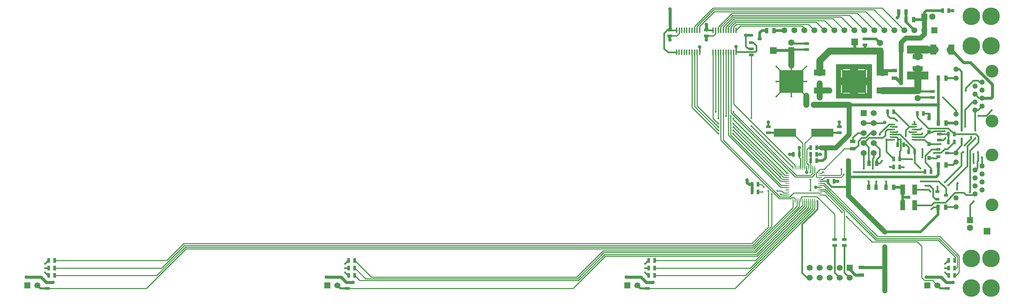
<source format=gtl>
G04 #@! TF.FileFunction,Copper,L1,Top,Signal*
%FSLAX46Y46*%
G04 Gerber Fmt 4.6, Leading zero omitted, Abs format (unit mm)*
G04 Created by KiCad (PCBNEW (2014-jul-16 BZR unknown)-product) date Qua 17 Dez 2014 17:24:30 BRST*
%MOMM*%
G01*
G04 APERTURE LIST*
%ADD10C,0.152400*%
%ADD11C,1.600000*%
%ADD12R,1.600000X1.600000*%
%ADD13R,1.143000X0.635000*%
%ADD14R,0.635000X1.143000*%
%ADD15C,4.500000*%
%ADD16R,1.500000X2.600000*%
%ADD17R,0.850900X1.016000*%
%ADD18R,1.524000X1.524000*%
%ADD19C,1.524000*%
%ADD20C,1.320800*%
%ADD21C,3.251200*%
%ADD22C,1.500000*%
%ADD23R,1.500000X1.500000*%
%ADD24R,1.000760X0.800100*%
%ADD25R,0.889000X1.397000*%
%ADD26R,1.397000X0.889000*%
%ADD27R,1.700000X1.700000*%
%ADD28R,0.269240X1.000760*%
%ADD29R,1.000760X0.269240*%
%ADD30R,6.197600X5.791200*%
%ADD31R,2.997200X1.600200*%
%ADD32R,0.419100X1.470660*%
%ADD33R,5.588000X2.108200*%
%ADD34R,1.270000X2.540000*%
%ADD35R,5.400000X2.000000*%
%ADD36R,2.540000X1.270000*%
%ADD37R,1.470660X0.419100*%
%ADD38C,0.508000*%
%ADD39C,0.889000*%
%ADD40C,1.270000*%
%ADD41C,0.381000*%
%ADD42C,0.762000*%
%ADD43C,0.635000*%
%ADD44C,0.304800*%
%ADD45C,1.270000*%
%ADD46C,0.508000*%
%ADD47C,1.524000*%
%ADD48C,0.254000*%
%ADD49C,1.016000*%
%ADD50C,1.778000*%
%ADD51C,0.203200*%
G04 APERTURE END LIST*
D10*
D11*
X227838000Y-23352000D03*
D12*
X227838000Y-21352000D03*
D13*
X231521000Y-21590000D03*
X231521000Y-23114000D03*
D11*
X218236800Y-9287000D03*
D12*
X218236800Y-11287000D03*
D13*
X214426800Y-9779000D03*
X214426800Y-8255000D03*
D11*
X195707000Y-9160000D03*
D12*
X195707000Y-11160000D03*
D13*
X199644000Y-10922000D03*
X199644000Y-9398000D03*
D14*
X227711000Y-27178000D03*
X229235000Y-27178000D03*
X200596500Y-37604700D03*
X202120500Y-37604700D03*
D13*
X207873600Y-30556200D03*
X207873600Y-32080200D03*
X189852300Y-30556200D03*
X189852300Y-32080200D03*
D14*
X197726300Y-37617400D03*
X196202300Y-37617400D03*
X205016100Y-44475400D03*
X206540100Y-44475400D03*
D13*
X174117000Y-7493000D03*
X174117000Y-5969000D03*
X164846000Y-7493000D03*
X164846000Y-5969000D03*
D11*
X231505000Y-2540000D03*
D12*
X229505000Y-2540000D03*
D14*
X234188000Y-1016000D03*
X235712000Y-1016000D03*
D15*
X246390800Y-2523800D03*
X246390800Y-10023800D03*
X241390800Y-2523800D03*
X241390800Y-10023800D03*
X246390800Y-64131500D03*
X246390800Y-71631500D03*
X241390800Y-64131500D03*
X241390800Y-71631500D03*
D16*
X236311000Y-10922000D03*
X231811000Y-10922000D03*
D17*
X230670100Y-35039300D03*
X230670100Y-38595300D03*
X230670100Y-31991300D03*
X230670100Y-28435300D03*
D18*
X230268780Y-70967600D03*
D19*
X232808780Y-70967600D03*
D18*
X154068780Y-70967600D03*
D19*
X156608780Y-70967600D03*
D18*
X77868780Y-70967600D03*
D19*
X80408780Y-70967600D03*
D18*
X1668780Y-70967600D03*
D19*
X4208780Y-70967600D03*
D20*
X237528100Y-15989300D03*
X237528100Y-18275300D03*
X237528100Y-27419300D03*
X237528100Y-29705300D03*
X242354100Y-26403300D03*
X242354100Y-24371300D03*
X242354100Y-22339300D03*
X242354100Y-20307300D03*
X244132100Y-23355300D03*
X244132100Y-21323300D03*
X244132100Y-25387300D03*
X244132100Y-19291300D03*
D21*
X246672100Y-16497300D03*
X246672100Y-29197300D03*
D20*
X237528100Y-37325300D03*
X237528100Y-39611300D03*
X237528100Y-48755300D03*
X237528100Y-51041300D03*
X242354100Y-47739300D03*
X242354100Y-45707300D03*
X242354100Y-43675300D03*
X242354100Y-41643300D03*
X244132100Y-44691300D03*
X244132100Y-42659300D03*
X244132100Y-46723300D03*
X244132100Y-40627300D03*
D21*
X246672100Y-37833300D03*
X246672100Y-50533300D03*
D22*
X196480000Y-6028000D03*
X193940000Y-6028000D03*
X206640000Y-6028000D03*
X204100000Y-6028000D03*
X201560000Y-6028000D03*
X214260000Y-6028000D03*
X211720000Y-6028000D03*
X209180000Y-6028000D03*
X224420000Y-6028000D03*
X221880000Y-6028000D03*
X219340000Y-6028000D03*
D23*
X232040000Y-6028000D03*
D22*
X229500000Y-6028000D03*
X199020000Y-6028000D03*
X226960000Y-6028000D03*
X216800000Y-6028000D03*
D18*
X210502500Y-66535300D03*
D19*
X210502500Y-69075300D03*
X207962500Y-66535300D03*
X207962500Y-69075300D03*
X205422500Y-66535300D03*
X205422500Y-69075300D03*
X202882500Y-66535300D03*
X202882500Y-69075300D03*
X200342500Y-66535300D03*
X200342500Y-69075300D03*
D24*
X235218820Y-37268000D03*
X233019180Y-38220500D03*
X233019180Y-36315500D03*
X235018820Y-48068000D03*
X232819180Y-49020500D03*
X232819180Y-47115500D03*
X187700920Y-8242300D03*
X185501280Y-9194800D03*
X185501280Y-7289800D03*
D14*
X229666800Y-42062400D03*
X231190800Y-42062400D03*
D25*
X233066500Y-40368000D03*
X234971500Y-40368000D03*
X232966500Y-51068000D03*
X234871500Y-51068000D03*
X233066500Y-18268000D03*
X234971500Y-18268000D03*
X233066500Y-29668000D03*
X234971500Y-29668000D03*
D13*
X235348780Y-70205600D03*
X235348780Y-71729600D03*
X159174180Y-70205600D03*
X159174180Y-71729600D03*
X82974180Y-70205600D03*
X82974180Y-71729600D03*
X6774180Y-70205600D03*
X6774180Y-71729600D03*
D14*
X235686600Y-64643000D03*
X237210600Y-64643000D03*
X235686600Y-66548000D03*
X237210600Y-66548000D03*
X235686600Y-68453000D03*
X237210600Y-68453000D03*
X161010600Y-64643000D03*
X159486600Y-64643000D03*
X161010600Y-66548000D03*
X159486600Y-66548000D03*
X161010600Y-68453000D03*
X159486600Y-68453000D03*
X84810600Y-64643000D03*
X83286600Y-64643000D03*
X84810600Y-66548000D03*
X83286600Y-66548000D03*
X84810600Y-68453000D03*
X83286600Y-68453000D03*
X8636000Y-64643000D03*
X7112000Y-64643000D03*
X8636000Y-66548000D03*
X7112000Y-66548000D03*
X8636000Y-68453000D03*
X7112000Y-68453000D03*
D25*
X199517000Y-25019000D03*
X201422000Y-25019000D03*
D13*
X233273600Y-32499300D03*
X233273600Y-34023300D03*
D14*
X227076000Y-36957000D03*
X225552000Y-36957000D03*
X223240600Y-38849300D03*
X221716600Y-38849300D03*
X220218000Y-26797000D03*
X221742000Y-26797000D03*
X223240600Y-40817800D03*
X221716600Y-40817800D03*
X202107800Y-35953700D03*
X200583800Y-35953700D03*
X202120500Y-39255700D03*
X200596500Y-39255700D03*
D25*
X224866500Y-3318000D03*
X226771500Y-3318000D03*
X222966500Y-1418000D03*
X224871500Y-1418000D03*
D13*
X185521600Y-12306300D03*
X185521600Y-10782300D03*
D25*
X189420500Y-6096000D03*
X191325500Y-6096000D03*
D26*
X221881700Y-16319500D03*
X221881700Y-18224500D03*
X213514940Y-66451480D03*
X213514940Y-68356480D03*
D13*
X209194400Y-59258200D03*
X209194400Y-60782200D03*
X206679800Y-59258200D03*
X206679800Y-60782200D03*
D27*
X191135000Y-11176000D03*
X211759800Y-9017000D03*
X245389400Y-57200800D03*
D28*
X196118480Y-49425860D03*
X201620120Y-41023540D03*
X201119740Y-41023540D03*
X200619360Y-41023540D03*
X200118980Y-41023540D03*
X199618600Y-41023540D03*
X199118220Y-41023540D03*
X198620380Y-41023540D03*
X198120000Y-41023540D03*
X197619620Y-41023540D03*
X197119240Y-41023540D03*
X196618860Y-41023540D03*
X196118480Y-41023540D03*
D29*
X194668140Y-42473880D03*
X194668140Y-42974260D03*
X194668140Y-43474640D03*
X194668140Y-43962320D03*
X194668140Y-44475400D03*
X194668140Y-44975780D03*
X194668140Y-45473620D03*
X194668140Y-45974000D03*
X194668140Y-46474380D03*
X194668140Y-46974760D03*
X194668140Y-47475140D03*
X194668140Y-47975520D03*
D28*
X196618860Y-49425860D03*
X197119240Y-49425860D03*
X197619620Y-49425860D03*
X198120000Y-49425860D03*
X198620380Y-49425860D03*
X199118220Y-49425860D03*
X199618600Y-49425860D03*
X200118980Y-49425860D03*
X200619360Y-49425860D03*
X201119740Y-49425860D03*
X201620120Y-49425860D03*
D29*
X203070460Y-47975520D03*
X203070460Y-47475140D03*
X203070460Y-46974760D03*
X203070460Y-46474380D03*
X203070460Y-45974000D03*
X203070460Y-45473620D03*
X203070460Y-44975780D03*
X203070460Y-44475400D03*
X203070460Y-43975020D03*
X203070460Y-43474640D03*
X203070460Y-42974260D03*
X203070460Y-42473880D03*
D30*
X211632800Y-19050000D03*
D31*
X218821000Y-21336000D03*
X218821000Y-16764000D03*
D30*
X195707000Y-19050000D03*
D31*
X202895200Y-21336000D03*
X202895200Y-16764000D03*
D32*
X178438280Y-11612880D03*
X179088520Y-11612880D03*
X179738760Y-11612880D03*
X180389000Y-11612880D03*
X176497720Y-6019800D03*
X176487560Y-11612880D03*
X177137800Y-11612880D03*
X177788040Y-11612880D03*
X181039240Y-6014720D03*
X180389000Y-6014720D03*
X179738760Y-6014720D03*
X179088520Y-6014720D03*
X178438280Y-6014720D03*
X177788040Y-6014720D03*
X181039240Y-11612880D03*
X177137800Y-6019800D03*
X175837320Y-11612880D03*
X181689480Y-11612880D03*
X181689480Y-6014720D03*
X175837320Y-6014720D03*
X169167280Y-11612880D03*
X169817520Y-11612880D03*
X170467760Y-11612880D03*
X171118000Y-11612880D03*
X167226720Y-6019800D03*
X167216560Y-11612880D03*
X167866800Y-11612880D03*
X168517040Y-11612880D03*
X171768240Y-6014720D03*
X171118000Y-6014720D03*
X170467760Y-6014720D03*
X169817520Y-6014720D03*
X169167280Y-6014720D03*
X168517040Y-6014720D03*
X171768240Y-11612880D03*
X167866800Y-6019800D03*
X166566320Y-11612880D03*
X172418480Y-11612880D03*
X172418480Y-6014720D03*
X166566320Y-6014720D03*
D33*
X194119500Y-32080200D03*
X203619100Y-32080200D03*
D18*
X214096600Y-27101800D03*
D19*
X216636600Y-27101800D03*
X214096600Y-29641800D03*
X216636600Y-29641800D03*
X214096600Y-32181800D03*
X216636600Y-32181800D03*
X214096600Y-34721800D03*
X216636600Y-34721800D03*
X214096600Y-37261800D03*
X216636600Y-37261800D03*
D26*
X211328000Y-34305240D03*
X211328000Y-36210240D03*
D25*
X215455500Y-39878000D03*
X217360500Y-39878000D03*
D11*
X241119000Y-56368000D03*
D12*
X241119000Y-54368000D03*
D14*
X222758000Y-35179000D03*
X224282000Y-35179000D03*
D34*
X227076000Y-46609000D03*
X224028000Y-46609000D03*
X227076000Y-50546000D03*
X224028000Y-50546000D03*
D14*
X237083600Y-32499300D03*
X235559600Y-32499300D03*
X237083600Y-34531300D03*
X235559600Y-34531300D03*
D25*
X221678500Y-45974000D03*
X219773500Y-45974000D03*
X217233500Y-45974000D03*
X215328500Y-45974000D03*
D35*
X227838000Y-10924000D03*
X227838000Y-17524000D03*
D36*
X227787200Y-12700000D03*
X227787200Y-15748000D03*
D37*
X221355920Y-29966920D03*
X221355920Y-30617160D03*
X221355920Y-31267400D03*
X221355920Y-31917640D03*
X221355920Y-32567880D03*
X221355920Y-33218120D03*
X221355920Y-33868360D03*
X226954080Y-33868360D03*
X226954080Y-33218120D03*
X226954080Y-32567880D03*
X226954080Y-31917640D03*
X226949000Y-31267400D03*
X226949000Y-30627320D03*
X226954080Y-29966920D03*
D14*
X185709560Y-47226220D03*
X187233560Y-47226220D03*
X185709560Y-45250100D03*
X187233560Y-45250100D03*
D38*
X231246680Y-51615340D03*
X223520000Y-33782000D03*
X222511620Y-29105860D03*
D39*
X160604200Y-70205600D03*
X84404200Y-70205600D03*
X1384300Y-68859400D03*
X77584300Y-68859400D03*
X153784300Y-68846700D03*
X229997000Y-68846700D03*
X8204200Y-70205600D03*
X236778800Y-70205600D03*
D40*
X203301600Y-35953700D03*
D39*
X197726300Y-35953700D03*
D40*
X206965798Y-35953700D03*
X210210400Y-39204900D03*
X219430600Y-61150500D03*
X219430600Y-72364600D03*
X219430600Y-57340500D03*
D39*
X184490360Y-44117260D03*
D38*
X226319000Y-38868000D03*
X231919000Y-37268000D03*
X229719000Y-45568000D03*
D39*
X219456000Y-29464000D03*
X223570800Y-19507200D03*
D38*
X222631000Y-31877000D03*
D39*
X164896800Y-584200D03*
X174117000Y-4559300D03*
X207873600Y-29413200D03*
X189852300Y-29413200D03*
X199631300Y-42176700D03*
X201917300Y-45986700D03*
X195249800Y-37617400D03*
X203085700Y-37604700D03*
X236728000Y-1016000D03*
X164858700Y-8458200D03*
X174117000Y-8458200D03*
X172415200Y-10236200D03*
X181686200Y-10223500D03*
D38*
X211632800Y-19050000D03*
D40*
X202882500Y-23126700D03*
X205371700Y-21336000D03*
X202895200Y-19570700D03*
D39*
X207505300Y-44475400D03*
X222619000Y-2868000D03*
D38*
X214172800Y-19050000D03*
X211632800Y-16510000D03*
X210362800Y-17780000D03*
X209092800Y-16510000D03*
X210362800Y-16510000D03*
X209092800Y-19050000D03*
X210362800Y-19050000D03*
X212902800Y-17780000D03*
X212902800Y-16510000D03*
X214172800Y-16510000D03*
X212902800Y-19050000D03*
X211632800Y-21590000D03*
X214172800Y-21590000D03*
X209092800Y-21590000D03*
X210362800Y-20320000D03*
X212902800Y-20320000D03*
X210362800Y-21590000D03*
X212902800Y-21590000D03*
X209042000Y-20320000D03*
X209042000Y-17780000D03*
X214122000Y-17780000D03*
X214122000Y-20320000D03*
X211582000Y-17780000D03*
X211582000Y-20320000D03*
X207822800Y-15240000D03*
X207822800Y-19050000D03*
X207822800Y-22860000D03*
X211632800Y-22860000D03*
X215442800Y-22860000D03*
X215442800Y-19050000D03*
X211632800Y-15240000D03*
X215442800Y-15240000D03*
X222504000Y-30607000D03*
X226949000Y-29337000D03*
X225679000Y-31877000D03*
X230670100Y-27419300D03*
X220726000Y-40767000D03*
X225298000Y-35560000D03*
D39*
X225519000Y-48568000D03*
D38*
X231819000Y-38668000D03*
X234219000Y-23168000D03*
X208597500Y-52324000D03*
X209804000Y-53530500D03*
X192189100Y-46926500D03*
X189865000Y-46926500D03*
X193027300Y-47764700D03*
X190690500Y-47764700D03*
X202285600Y-49491900D03*
X200533000Y-44018200D03*
X200533000Y-42176700D03*
X200533000Y-46875700D03*
X219837000Y-33782000D03*
X181000400Y-26822400D03*
X176491900Y-26822400D03*
X177152300Y-28486100D03*
X180962300Y-28486100D03*
X180340000Y-27851100D03*
X179108100Y-27851100D03*
X185521600Y-28371800D03*
X185521600Y-30391100D03*
X177190400Y-29857700D03*
X180949600Y-29857700D03*
X177190400Y-30695900D03*
X180949600Y-30695900D03*
X188704220Y-45900340D03*
X192948560Y-42697400D03*
X180936900Y-32397700D03*
X177190400Y-32397700D03*
X177190400Y-31534100D03*
X180949600Y-31534100D03*
X188374020Y-47203360D03*
X192897760Y-43479720D03*
X242019000Y-39868000D03*
X241919000Y-37568000D03*
X239719000Y-35368000D03*
X241319000Y-33168000D03*
X198247000Y-19050000D03*
X195707000Y-16510000D03*
X194437000Y-17780000D03*
X193167000Y-16510000D03*
X194437000Y-16510000D03*
X196977000Y-17780000D03*
X198247000Y-16510000D03*
X196977000Y-16510000D03*
X196977000Y-20320000D03*
X194437000Y-20320000D03*
X193167000Y-21590000D03*
X198247000Y-21590000D03*
X196977000Y-21590000D03*
X194437000Y-21590000D03*
X196977000Y-19050000D03*
X193167000Y-17780000D03*
X198247000Y-20320000D03*
X198247000Y-17780000D03*
X193167000Y-20320000D03*
X194437000Y-19050000D03*
X193167000Y-19050000D03*
X195707000Y-17780000D03*
X195707000Y-19050000D03*
X195707000Y-21590000D03*
X195707000Y-20320000D03*
X191897000Y-15240000D03*
X191897000Y-19050000D03*
X191897000Y-22860000D03*
X195707000Y-22860000D03*
X199517000Y-22860000D03*
X199517000Y-19050000D03*
X199517000Y-15240000D03*
X195707000Y-15240000D03*
X239014000Y-33528000D03*
X239014000Y-31623000D03*
X234708700Y-65443100D03*
X234708700Y-66548000D03*
X234708700Y-67640200D03*
X158508700Y-65443100D03*
X158508700Y-66548000D03*
X158508700Y-67640200D03*
X82308700Y-65443100D03*
X82308700Y-66548000D03*
X82308700Y-67652900D03*
X6134100Y-65455800D03*
X6134100Y-66548000D03*
X6134100Y-67652900D03*
X203746100Y-42075100D03*
X211632800Y-42075100D03*
X241019000Y-47268000D03*
X242019000Y-49568000D03*
X243219000Y-27768000D03*
X246619000Y-26368000D03*
X233519000Y-34968000D03*
X244094000Y-38354000D03*
X234619000Y-31668000D03*
X239819000Y-30568000D03*
X243119000Y-37068000D03*
X242419000Y-31568000D03*
X242419000Y-33468000D03*
X235519000Y-45468000D03*
X231019000Y-47068000D03*
X228727000Y-30988000D03*
X229019000Y-36268000D03*
X229019000Y-38368000D03*
X228981000Y-32258000D03*
X237819000Y-46568000D03*
X237919000Y-44868000D03*
X240019000Y-21468000D03*
X218719000Y-39268000D03*
X208407000Y-41402000D03*
X218186000Y-32639000D03*
X214122000Y-41275000D03*
X217297000Y-44450000D03*
X224219000Y-40968000D03*
X216408000Y-41275000D03*
X215265000Y-44450000D03*
X209042000Y-42799000D03*
X228600000Y-44450000D03*
X228473000Y-41148000D03*
X234819000Y-33468000D03*
X239419000Y-37068000D03*
X232791000Y-45847000D03*
X234696000Y-44704000D03*
D39*
X184150000Y-7289800D03*
D38*
X219719000Y-44468000D03*
X224719000Y-32968000D03*
D41*
X231794020Y-51068000D02*
X232966500Y-51068000D01*
X231246680Y-51615340D02*
X231794020Y-51068000D01*
X220218000Y-27772360D02*
X220218000Y-26797000D01*
X220858080Y-28412440D02*
X220218000Y-27772360D01*
X221818200Y-28412440D02*
X220858080Y-28412440D01*
X222511620Y-29105860D02*
X221818200Y-28412440D01*
X223520000Y-33782000D02*
X223012000Y-33782000D01*
X223240600Y-38849300D02*
X223240600Y-36855400D01*
X223520000Y-36576000D02*
X223520000Y-33782000D01*
X223240600Y-36855400D02*
X223520000Y-36576000D01*
X223012000Y-33782000D02*
X222758000Y-33528000D01*
X223240600Y-38849300D02*
X226300300Y-38849300D01*
D42*
X213514940Y-66451480D02*
X219430600Y-66451480D01*
X219456000Y-66294000D02*
X219430600Y-66294000D01*
X219456000Y-66426080D02*
X219456000Y-66294000D01*
X219430600Y-66451480D02*
X219456000Y-66426080D01*
D43*
X213448900Y-66535300D02*
X213461600Y-66522600D01*
D44*
X203070460Y-44475400D02*
X205016100Y-44475400D01*
X198120000Y-38823900D02*
X197726300Y-38430200D01*
X197726300Y-38430200D02*
X197726300Y-37617400D01*
X198120000Y-41023540D02*
X198120000Y-38823900D01*
D42*
X6515100Y-70205600D02*
X5168900Y-68859400D01*
X5168900Y-68859400D02*
X1384300Y-68859400D01*
X6774180Y-70205600D02*
X6515100Y-70205600D01*
X81368900Y-68859400D02*
X77584300Y-68859400D01*
X82715100Y-70205600D02*
X81368900Y-68859400D01*
X82974180Y-70205600D02*
X82715100Y-70205600D01*
X158915100Y-70205600D02*
X157556200Y-68846700D01*
X157556200Y-68846700D02*
X153784300Y-68846700D01*
X159174180Y-70205600D02*
X158915100Y-70205600D01*
X235089700Y-70205600D02*
X233730800Y-68846700D01*
X233730800Y-68846700D02*
X229997000Y-68846700D01*
X235348780Y-70205600D02*
X235089700Y-70205600D01*
X6774180Y-70205600D02*
X8204200Y-70205600D01*
X159174180Y-70205600D02*
X160604200Y-70205600D01*
X84404200Y-70205600D02*
X82974180Y-70205600D01*
X236778800Y-70205600D02*
X235348780Y-70205600D01*
D43*
X203301600Y-35953700D02*
X202107800Y-35953700D01*
D45*
X204431900Y-35953700D02*
X203301600Y-35953700D01*
D43*
X203708000Y-39255700D02*
X204431900Y-38531800D01*
X204431900Y-38531800D02*
X204431900Y-35953700D01*
X202120500Y-39255700D02*
X203708000Y-39255700D01*
D46*
X197726300Y-37617400D02*
X197726300Y-35953700D01*
D45*
X210375500Y-32543998D02*
X206965798Y-35953700D01*
X206965798Y-35953700D02*
X204431900Y-35953700D01*
X210375500Y-25031700D02*
X210375500Y-32543998D01*
D46*
X205016100Y-44932600D02*
X205968600Y-45885100D01*
X205016100Y-44475400D02*
X205016100Y-44932600D01*
D45*
X210210400Y-43307000D02*
X210210400Y-45885100D01*
X210210400Y-39204900D02*
X210210400Y-43307000D01*
X219430600Y-61150500D02*
X219430600Y-66294000D01*
X219430600Y-66294000D02*
X219430600Y-72364600D01*
X210210400Y-45885100D02*
X210210400Y-48107600D01*
X210210400Y-48107600D02*
X219430600Y-57327800D01*
X219430600Y-57327800D02*
X219430600Y-57340500D01*
D42*
X210375500Y-25031700D02*
X232918000Y-25031700D01*
D46*
X233019600Y-25133300D02*
X232918000Y-25031700D01*
D47*
X210362800Y-25019000D02*
X210375500Y-25031700D01*
X201422000Y-25019000D02*
X210362800Y-25019000D01*
D42*
X233066500Y-24984800D02*
X233019600Y-25031700D01*
X233019600Y-25031700D02*
X232918000Y-25031700D01*
X233066500Y-24968000D02*
X233066500Y-24984800D01*
D43*
X233066500Y-18268000D02*
X233066500Y-24968000D01*
X233066500Y-24968000D02*
X233066500Y-29668000D01*
X228536500Y-57340500D02*
X219430600Y-57340500D01*
X232966500Y-51068000D02*
X232966500Y-52910500D01*
X228536500Y-57340500D02*
X232966500Y-52910500D01*
X233066500Y-42802900D02*
X232511600Y-43357800D01*
X232511600Y-43357800D02*
X210261200Y-43357800D01*
X210261200Y-43357800D02*
X210210400Y-43307000D01*
X233066500Y-40368000D02*
X233066500Y-42802900D01*
D46*
X205968600Y-45885100D02*
X210210400Y-45885100D01*
D42*
X185709560Y-45250100D02*
X185709560Y-47226220D01*
D48*
X184490360Y-44117260D02*
X184505600Y-44132500D01*
D42*
X184490360Y-44818300D02*
X184922160Y-45250100D01*
X184922160Y-45250100D02*
X185709560Y-45250100D01*
X184490360Y-44117260D02*
X184490360Y-44818300D01*
D41*
X226300300Y-38849300D02*
X226319000Y-38868000D01*
X231919000Y-37268000D02*
X232019000Y-37168000D01*
X232019000Y-37168000D02*
X233719000Y-37168000D01*
X233719000Y-37168000D02*
X234619000Y-36268000D01*
X234619000Y-36268000D02*
X235346900Y-36268000D01*
X235346900Y-36268000D02*
X237083600Y-34531300D01*
X230819000Y-45568000D02*
X229719000Y-45568000D01*
X231719000Y-46468000D02*
X230819000Y-45568000D01*
X231719000Y-48368000D02*
X231719000Y-46468000D01*
X232371500Y-49020500D02*
X231719000Y-48368000D01*
X232819180Y-49020500D02*
X232371500Y-49020500D01*
X222758000Y-33528000D02*
X222448120Y-33218120D01*
X222448120Y-33218120D02*
X221355920Y-33218120D01*
X222758000Y-35179000D02*
X222758000Y-33528000D01*
X219456000Y-29464000D02*
X219278200Y-29641800D01*
D45*
X223583500Y-9182100D02*
X223583500Y-11277600D01*
X224764600Y-8001000D02*
X223583500Y-9182100D01*
D42*
X223596200Y-11290300D02*
X223583500Y-11277600D01*
D49*
X223583500Y-19519900D02*
X223583500Y-11277600D01*
D42*
X223570800Y-19507200D02*
X223583500Y-19519900D01*
D41*
X222590360Y-31917640D02*
X222631000Y-31877000D01*
D45*
X229505000Y-6023000D02*
X229500000Y-6028000D01*
X229505000Y-3429000D02*
X229505000Y-6023000D01*
X229505000Y-2540000D02*
X229505000Y-3429000D01*
D41*
X164891720Y-6014720D02*
X164846000Y-5969000D01*
X166566320Y-6014720D02*
X164891720Y-6014720D01*
X174162720Y-6014720D02*
X174117000Y-5969000D01*
X175837320Y-6014720D02*
X174162720Y-6014720D01*
D43*
X230035100Y-1016000D02*
X229505000Y-1546100D01*
X229505000Y-1546100D02*
X229505000Y-2540000D01*
X234188000Y-1016000D02*
X230035100Y-1016000D01*
D41*
X164236400Y-5969000D02*
X164846000Y-5969000D01*
X163398200Y-6807200D02*
X164236400Y-5969000D01*
X163398200Y-10668000D02*
X163398200Y-6807200D01*
X164343080Y-11612880D02*
X163398200Y-10668000D01*
X166566320Y-11612880D02*
X164343080Y-11612880D01*
D42*
X164896800Y-5918200D02*
X164846000Y-5969000D01*
X164896800Y-584200D02*
X164896800Y-5918200D01*
X174117000Y-5969000D02*
X174117000Y-4559300D01*
D45*
X228473000Y-8001000D02*
X229500000Y-6974000D01*
X229500000Y-6028000D02*
X229500000Y-6974000D01*
X228473000Y-8001000D02*
X224764600Y-8001000D01*
D43*
X229394000Y-3318000D02*
X229505000Y-3429000D01*
X226771500Y-3318000D02*
X229394000Y-3318000D01*
D42*
X222288100Y-18224500D02*
X223570800Y-19507200D01*
X221881700Y-18224500D02*
X222288100Y-18224500D01*
D41*
X216636600Y-29362400D02*
X216636600Y-29641800D01*
X216636600Y-29641800D02*
X214096600Y-29641800D01*
X216636600Y-29641800D02*
X219278200Y-29641800D01*
X221355920Y-31917640D02*
X222590360Y-31917640D01*
D46*
X228076000Y-21590000D02*
X227838000Y-21352000D01*
X231521000Y-21590000D02*
X228076000Y-21590000D01*
D50*
X218837000Y-21352000D02*
X218821000Y-21336000D01*
X227838000Y-21352000D02*
X218837000Y-21352000D01*
X227838000Y-15748000D02*
X227838000Y-17524000D01*
X227838000Y-17524000D02*
X227838000Y-21352000D01*
D41*
X185521600Y-9215120D02*
X185501280Y-9194800D01*
D46*
X207873600Y-30556200D02*
X207873600Y-29413200D01*
X189852300Y-30556200D02*
X189852300Y-29413200D01*
D44*
X199618600Y-42164000D02*
X199631300Y-42176700D01*
X199618600Y-41023540D02*
X199618600Y-42164000D01*
X201930000Y-45974000D02*
X201917300Y-45986700D01*
X203070460Y-45974000D02*
X201930000Y-45974000D01*
D43*
X196202300Y-37617400D02*
X195249800Y-37617400D01*
D46*
X202120500Y-37604700D02*
X203085700Y-37604700D01*
X228076000Y-23114000D02*
X227838000Y-23352000D01*
X231521000Y-23114000D02*
X228076000Y-23114000D01*
D43*
X217204800Y-8255000D02*
X218236800Y-9287000D01*
X214426800Y-8255000D02*
X217204800Y-8255000D01*
D46*
X195945000Y-9398000D02*
X195707000Y-9160000D01*
X199644000Y-9398000D02*
X195945000Y-9398000D01*
D43*
X235712000Y-1016000D02*
X236728000Y-1016000D01*
D44*
X176497720Y-6953780D02*
X175958500Y-7493000D01*
X175958500Y-7493000D02*
X174117000Y-7493000D01*
X176497720Y-6019800D02*
X176497720Y-6953780D01*
X167226720Y-6902980D02*
X166636700Y-7493000D01*
X166636700Y-7493000D02*
X164846000Y-7493000D01*
X167226720Y-6019800D02*
X167226720Y-6902980D01*
D43*
X164846000Y-8445500D02*
X164858700Y-8458200D01*
X164846000Y-7493000D02*
X164846000Y-8445500D01*
X174117000Y-7493000D02*
X174117000Y-8458200D01*
D41*
X172418480Y-10239480D02*
X172415200Y-10236200D01*
X172418480Y-11612880D02*
X172418480Y-10239480D01*
X181689480Y-10226780D02*
X181686200Y-10223500D01*
X181689480Y-11612880D02*
X181689480Y-10226780D01*
D47*
X202895200Y-23114000D02*
X202882500Y-23126700D01*
X202895200Y-21336000D02*
X202895200Y-23114000D01*
X202895200Y-21336000D02*
X205371700Y-21336000D01*
X202895200Y-21336000D02*
X202895200Y-19570700D01*
D43*
X206540100Y-44475400D02*
X207505300Y-44475400D01*
X222966500Y-2520500D02*
X222619000Y-2868000D01*
X222966500Y-1418000D02*
X222966500Y-2520500D01*
D48*
X211632800Y-19050000D02*
X214172800Y-19050000D01*
X211632800Y-19050000D02*
X211632800Y-16510000D01*
X211632800Y-19050000D02*
X210362800Y-17780000D01*
X211632800Y-19050000D02*
X209092800Y-16510000D01*
X211632800Y-17780000D02*
X210362800Y-16510000D01*
X211632800Y-19050000D02*
X209092800Y-19050000D01*
X211632800Y-19050000D02*
X210362800Y-19050000D01*
X211632800Y-19050000D02*
X212902800Y-17780000D01*
X211632800Y-17780000D02*
X212902800Y-16510000D01*
X211632800Y-19050000D02*
X214172800Y-16510000D01*
X211632800Y-19050000D02*
X212902800Y-19050000D01*
X211632800Y-19050000D02*
X211632800Y-21590000D01*
X211632800Y-19050000D02*
X214172800Y-21590000D01*
X211632800Y-19050000D02*
X209092800Y-21590000D01*
X211632800Y-19050000D02*
X210362800Y-20320000D01*
X211632800Y-19050000D02*
X212902800Y-20320000D01*
X211632800Y-20320000D02*
X210362800Y-21590000D01*
X211632800Y-20320000D02*
X212902800Y-21590000D01*
X211632800Y-19050000D02*
X211632800Y-20320000D01*
X211632800Y-19050000D02*
X211632800Y-17780000D01*
X210312000Y-19050000D02*
X209042000Y-20320000D01*
X210312000Y-19050000D02*
X209042000Y-17780000D01*
X211632800Y-19050000D02*
X210312000Y-19050000D01*
X212852000Y-19050000D02*
X214122000Y-17780000D01*
X212852000Y-19050000D02*
X214122000Y-20320000D01*
X211632800Y-19050000D02*
X212852000Y-19050000D01*
X211632800Y-17830800D02*
X211582000Y-17780000D01*
X211632800Y-19050000D02*
X211632800Y-17830800D01*
X211632800Y-20269200D02*
X211582000Y-20320000D01*
X211632800Y-19050000D02*
X211632800Y-20269200D01*
D44*
X211632800Y-19050000D02*
X207822800Y-15240000D01*
X211632800Y-19050000D02*
X207822800Y-19050000D01*
X211632800Y-19050000D02*
X207822800Y-22860000D01*
X211632800Y-19050000D02*
X211632800Y-22860000D01*
X211632800Y-19050000D02*
X215442800Y-22860000D01*
X211632800Y-19050000D02*
X215442800Y-19050000D01*
X211632800Y-19050000D02*
X211632800Y-15240000D01*
X211632800Y-19050000D02*
X215442800Y-15240000D01*
D41*
X222493840Y-30617160D02*
X222504000Y-30607000D01*
X221355920Y-30617160D02*
X222493840Y-30617160D01*
X226954080Y-29342080D02*
X226949000Y-29337000D01*
X226954080Y-29966920D02*
X226954080Y-29342080D01*
X225719640Y-31917640D02*
X225679000Y-31877000D01*
X226954080Y-31917640D02*
X225719640Y-31917640D01*
X230670100Y-27343100D02*
X230505000Y-27178000D01*
X230505000Y-27178000D02*
X229235000Y-27178000D01*
D42*
X230670100Y-28539440D02*
X230670100Y-27419300D01*
D41*
X230670100Y-27419300D02*
X230670100Y-27343100D01*
X220776800Y-40817800D02*
X220726000Y-40767000D01*
X221716600Y-40817800D02*
X220776800Y-40817800D01*
X225552000Y-35814000D02*
X225552000Y-36957000D01*
X224282000Y-35179000D02*
X224917000Y-35179000D01*
X224917000Y-35179000D02*
X225298000Y-35560000D01*
X225298000Y-35560000D02*
X225552000Y-35814000D01*
D43*
X224028000Y-48568000D02*
X224028000Y-50546000D01*
X224028000Y-46609000D02*
X224028000Y-48568000D01*
X223393000Y-45974000D02*
X224028000Y-46609000D01*
X221678500Y-45974000D02*
X223393000Y-45974000D01*
X224028000Y-48568000D02*
X225519000Y-48568000D01*
D41*
X181734360Y-11568000D02*
X181689480Y-11612880D01*
X186045800Y-9194800D02*
X186819000Y-9968000D01*
X186819000Y-9968000D02*
X186819000Y-11268000D01*
X186819000Y-11268000D02*
X186519000Y-11568000D01*
X186519000Y-11568000D02*
X181734360Y-11568000D01*
X185501280Y-9194800D02*
X186045800Y-9194800D01*
X232571680Y-38668000D02*
X233019180Y-38220500D01*
X230670100Y-38595300D02*
X231746300Y-38595300D01*
X231746300Y-38595300D02*
X231819000Y-38668000D01*
X231819000Y-38668000D02*
X232571680Y-38668000D01*
X237528100Y-26477100D02*
X234219000Y-23168000D01*
X237528100Y-27419300D02*
X237528100Y-26477100D01*
D46*
X233570780Y-71729600D02*
X232808780Y-70967600D01*
X235348780Y-71729600D02*
X233570780Y-71729600D01*
D48*
X204249020Y-47975520D02*
X208597500Y-52324000D01*
X209804000Y-53530500D02*
X216192106Y-59918606D01*
X216192106Y-59918606D02*
X227723706Y-59918606D01*
X227723706Y-59918606D02*
X228803200Y-60998100D01*
X228803200Y-60998100D02*
X228803200Y-69011800D01*
X228803200Y-69011800D02*
X229539800Y-69748400D01*
X229539800Y-69748400D02*
X231589580Y-69748400D01*
X231589580Y-69748400D02*
X232808780Y-70967600D01*
X203070460Y-47975520D02*
X204249020Y-47975520D01*
D46*
X157370780Y-71729600D02*
X156608780Y-70967600D01*
X159174180Y-71729600D02*
X157370780Y-71729600D01*
D48*
X201620120Y-51490880D02*
X181381400Y-71729600D01*
X181381400Y-71729600D02*
X159174180Y-71729600D01*
X201620120Y-49425860D02*
X201620120Y-51490880D01*
D46*
X81170780Y-71729600D02*
X80408780Y-70967600D01*
X82974180Y-71729600D02*
X81170780Y-71729600D01*
D48*
X199618600Y-50906072D02*
X186986572Y-63538100D01*
X186986572Y-63538100D02*
X148450300Y-63538100D01*
X148450300Y-63538100D02*
X140258800Y-71729600D01*
X140258800Y-71729600D02*
X82974180Y-71729600D01*
X199618600Y-49425860D02*
X199618600Y-50906072D01*
D46*
X4970780Y-71729600D02*
X4208780Y-70967600D01*
X6774180Y-71729600D02*
X4970780Y-71729600D01*
D48*
X197119240Y-50819104D02*
X186229052Y-61709292D01*
X186229052Y-61709292D02*
X41935408Y-61709292D01*
X41935408Y-61709292D02*
X31915100Y-71729600D01*
X31915100Y-71729600D02*
X6774180Y-71729600D01*
X197119240Y-49425860D02*
X197119240Y-50819104D01*
X177137800Y-5228208D02*
X180626122Y-1739886D01*
X180626122Y-1739886D02*
X212511886Y-1739886D01*
X212511886Y-1739886D02*
X216800000Y-6028000D01*
X177137800Y-6019800D02*
X177137800Y-5228208D01*
X177788040Y-5224550D02*
X180815502Y-2197088D01*
X180815502Y-2197088D02*
X210429088Y-2197088D01*
X210429088Y-2197088D02*
X214260000Y-6028000D01*
X177788040Y-6014720D02*
X177788040Y-5224550D01*
X178438280Y-5220892D02*
X181004882Y-2654290D01*
X181004882Y-2654290D02*
X208346290Y-2654290D01*
X208346290Y-2654290D02*
X211720000Y-6028000D01*
X178438280Y-6014720D02*
X178438280Y-5220892D01*
X179088520Y-5217234D02*
X181194262Y-3111492D01*
X181194262Y-3111492D02*
X206263492Y-3111492D01*
X206263492Y-3111492D02*
X209180000Y-6028000D01*
X179088520Y-6014720D02*
X179088520Y-5217234D01*
X179738760Y-5213576D02*
X181383642Y-3568694D01*
X181383642Y-3568694D02*
X204180694Y-3568694D01*
X204180694Y-3568694D02*
X206640000Y-6028000D01*
X179738760Y-6014720D02*
X179738760Y-5213576D01*
X180389000Y-5209918D02*
X181573022Y-4025896D01*
X181573022Y-4025896D02*
X202097896Y-4025896D01*
X202097896Y-4025896D02*
X204100000Y-6028000D01*
X180389000Y-6014720D02*
X180389000Y-5209918D01*
X181039240Y-5206260D02*
X181762402Y-4483098D01*
X181762402Y-4483098D02*
X200015098Y-4483098D01*
X200015098Y-4483098D02*
X201560000Y-6028000D01*
X181039240Y-6014720D02*
X181039240Y-5206260D01*
X199020000Y-5522800D02*
X198437500Y-4940300D01*
X198437500Y-4940300D02*
X182763900Y-4940300D01*
X182763900Y-4940300D02*
X181689480Y-6014720D01*
X199020000Y-6028000D02*
X199020000Y-5522800D01*
X172418480Y-5025920D02*
X176161716Y-1282684D01*
X176161716Y-1282684D02*
X214594684Y-1282684D01*
X214594684Y-1282684D02*
X219340000Y-6028000D01*
X172418480Y-6014720D02*
X172418480Y-5025920D01*
X171118000Y-5033236D02*
X175782956Y-368280D01*
X175782956Y-368280D02*
X218760280Y-368280D01*
X218760280Y-368280D02*
X224420000Y-6028000D01*
X171118000Y-6014720D02*
X171118000Y-5033236D01*
X171768240Y-5029578D02*
X175972336Y-825482D01*
X175972336Y-825482D02*
X216677482Y-825482D01*
X216677482Y-825482D02*
X221880000Y-6028000D01*
X171768240Y-6014720D02*
X171768240Y-5029578D01*
X237210600Y-64643000D02*
X237286798Y-64643000D01*
X237286798Y-64643000D02*
X237357209Y-64572589D01*
X237357209Y-64572589D02*
X237357209Y-63759791D01*
X237357209Y-63759791D02*
X233065418Y-59468000D01*
X233065418Y-59468000D02*
X232035596Y-59468000D01*
X232035596Y-59468000D02*
X232029000Y-59461404D01*
X232029000Y-59461404D02*
X217235740Y-59461404D01*
X217235740Y-59461404D02*
X204248716Y-46474380D01*
X204248716Y-46474380D02*
X203070460Y-46474380D01*
X237210600Y-64643000D02*
X237210600Y-64223900D01*
X238328202Y-63437620D02*
X233437582Y-58547000D01*
X204043280Y-44975780D02*
X203070460Y-44975780D01*
X237515400Y-68453000D02*
X238328202Y-67640198D01*
X237210600Y-68453000D02*
X237515400Y-68453000D01*
X217614500Y-58547000D02*
X233437582Y-58547000D01*
X204043280Y-44975780D02*
X217614500Y-58547000D01*
X238328202Y-67640198D02*
X238328202Y-63437620D01*
X203070460Y-45473620D02*
X203894538Y-45473620D01*
X237744000Y-66548000D02*
X237210600Y-66548000D01*
X237871000Y-66421000D02*
X237744000Y-66548000D01*
X237871000Y-63627000D02*
X237871000Y-66421000D01*
X233248202Y-59004202D02*
X237871000Y-63627000D01*
X217425120Y-59004202D02*
X233248202Y-59004202D01*
X203894538Y-45473620D02*
X217425120Y-59004202D01*
X200118980Y-51052274D02*
X186528254Y-64643000D01*
X186528254Y-64643000D02*
X161010600Y-64643000D01*
X200118980Y-49425860D02*
X200118980Y-51052274D01*
X201119740Y-51344678D02*
X184011418Y-68453000D01*
X184011418Y-68453000D02*
X161010600Y-68453000D01*
X201119740Y-49425860D02*
X201119740Y-51344678D01*
X200619360Y-51198476D02*
X185269836Y-66548000D01*
X185269836Y-66548000D02*
X161010600Y-66548000D01*
X200619360Y-49425860D02*
X200619360Y-51198476D01*
X197619620Y-50965306D02*
X186418432Y-62166494D01*
X186418432Y-62166494D02*
X147882160Y-62166494D01*
X147882160Y-62166494D02*
X141214660Y-68833994D01*
X141214660Y-68833994D02*
X89001594Y-68833994D01*
X89001594Y-68833994D02*
X84810600Y-64643000D01*
X197619620Y-49425860D02*
X197619620Y-50965306D01*
X199118220Y-50759870D02*
X186797192Y-63080898D01*
X186797192Y-63080898D02*
X148260920Y-63080898D01*
X148260920Y-63080898D02*
X141593420Y-69748398D01*
X141593420Y-69748398D02*
X86105998Y-69748398D01*
X86105998Y-69748398D02*
X84810600Y-68453000D01*
X199118220Y-49425860D02*
X199118220Y-50759870D01*
X198620380Y-50611128D02*
X186607812Y-62623696D01*
X186607812Y-62623696D02*
X148071540Y-62623696D01*
X148071540Y-62623696D02*
X141404040Y-69291196D01*
X141404040Y-69291196D02*
X87553796Y-69291196D01*
X87553796Y-69291196D02*
X84810600Y-66548000D01*
X198620380Y-49425860D02*
X198620380Y-50611128D01*
X189865000Y-56133598D02*
X185660912Y-60337686D01*
X185660912Y-60337686D02*
X41367268Y-60337686D01*
X41367268Y-60337686D02*
X37061954Y-64643000D01*
X37061954Y-64643000D02*
X8636000Y-64643000D01*
X194668140Y-47475140D02*
X193766440Y-47475140D01*
X193217800Y-46926500D02*
X192189100Y-46926500D01*
X193766440Y-47475140D02*
X193217800Y-46926500D01*
X189865000Y-46926500D02*
X189865000Y-56133598D01*
X196118480Y-51173282D02*
X186039672Y-61252090D01*
X186039672Y-61252090D02*
X41746028Y-61252090D01*
X41746028Y-61252090D02*
X34545118Y-68453000D01*
X34545118Y-68453000D02*
X8636000Y-68453000D01*
X196118480Y-49425860D02*
X196118480Y-51173282D01*
X190690500Y-55954680D02*
X185850292Y-60794888D01*
X185850292Y-60794888D02*
X41556648Y-60794888D01*
X41556648Y-60794888D02*
X35803536Y-66548000D01*
X35803536Y-66548000D02*
X8636000Y-66548000D01*
X193238120Y-47975520D02*
X193027300Y-47764700D01*
X194668140Y-47975520D02*
X193238120Y-47975520D01*
X190690500Y-47764700D02*
X190690500Y-55954680D01*
X200619360Y-39278560D02*
X200596500Y-39255700D01*
X200619360Y-41023540D02*
X200619360Y-39278560D01*
D41*
X200596500Y-39255700D02*
X200596500Y-37604700D01*
X199682100Y-69075300D02*
X198399400Y-67792600D01*
X198399400Y-67792600D02*
X198399400Y-55447984D01*
X198399400Y-55447984D02*
X202285600Y-51561784D01*
X202285600Y-51561784D02*
X202285600Y-49491900D01*
D48*
X200533000Y-44018200D02*
X200533000Y-46875700D01*
X200619360Y-42090340D02*
X200619360Y-41023540D01*
X200619360Y-42090340D02*
X200533000Y-42176700D01*
D41*
X200342500Y-69075300D02*
X199682100Y-69075300D01*
X212547200Y-32181800D02*
X211328000Y-33401000D01*
X211328000Y-33401000D02*
X211328000Y-34305240D01*
X214096600Y-32181800D02*
X212547200Y-32181800D01*
X219923360Y-33868360D02*
X219837000Y-33782000D01*
X221355920Y-33868360D02*
X219923360Y-33868360D01*
X219837000Y-36969700D02*
X221716600Y-38849300D01*
X219837000Y-33782000D02*
X219837000Y-36969700D01*
D48*
X198120000Y-48768000D02*
X198501000Y-48387000D01*
X198501000Y-48387000D02*
X202184000Y-48387000D01*
X202184000Y-48387000D02*
X206679800Y-52882800D01*
X206679800Y-52882800D02*
X206679800Y-59258200D01*
X198120000Y-49425860D02*
X198120000Y-48768000D01*
X204102514Y-46974760D02*
X209194400Y-52066646D01*
X209194400Y-52066646D02*
X209194400Y-59258200D01*
X203070460Y-46974760D02*
X204102514Y-46974760D01*
X176487560Y-26818060D02*
X176491900Y-26822400D01*
X200660000Y-42964100D02*
X196951600Y-42964100D01*
X201119740Y-42504360D02*
X200660000Y-42964100D01*
X201119740Y-42504360D02*
X201119740Y-41023540D01*
X196951600Y-42964100D02*
X181000400Y-27012900D01*
X181000400Y-26822400D02*
X181000400Y-27012900D01*
X176487560Y-11612880D02*
X176487560Y-26818060D01*
X194668140Y-42458640D02*
X180962300Y-28752800D01*
X180962300Y-28752800D02*
X180962300Y-28486100D01*
X177152300Y-28486100D02*
X177137800Y-28471600D01*
X177137800Y-28471600D02*
X177137800Y-11612880D01*
X194668140Y-42473880D02*
X194668140Y-42458640D01*
X177788040Y-34010222D02*
X192685520Y-48907702D01*
X192685520Y-48907702D02*
X195489980Y-48907702D01*
X195489980Y-48907702D02*
X195807482Y-48590200D01*
X195807482Y-48590200D02*
X196430900Y-48590200D01*
X196430900Y-48590200D02*
X196618860Y-48778160D01*
X196618860Y-48778160D02*
X196618860Y-49425860D01*
X177788040Y-11612880D02*
X177788040Y-34010222D01*
X178438280Y-34013880D02*
X192874900Y-48450500D01*
X192874900Y-48450500D02*
X195300600Y-48450500D01*
X195300600Y-48450500D02*
X196275960Y-47475140D01*
X196275960Y-47475140D02*
X203070460Y-47475140D01*
X178438280Y-11612880D02*
X178438280Y-34013880D01*
X193110002Y-45473620D02*
X180340000Y-32703618D01*
X180340000Y-32703618D02*
X180340000Y-27851100D01*
X179108100Y-27851100D02*
X179088520Y-27831520D01*
X179088520Y-27831520D02*
X179088520Y-11612880D01*
X194668140Y-45473620D02*
X193110002Y-45473620D01*
X179738760Y-32748960D02*
X192963800Y-45974000D01*
X192963800Y-45974000D02*
X194668140Y-45974000D01*
X179738760Y-11612880D02*
X179738760Y-32748960D01*
X180389000Y-27048082D02*
X196762220Y-43421302D01*
X201620120Y-42726762D02*
X201620120Y-41023540D01*
X200925580Y-43421302D02*
X196762220Y-43421302D01*
X201620120Y-42726762D02*
X200925580Y-43421302D01*
X180389000Y-11612880D02*
X180389000Y-27048082D01*
X196618860Y-40383460D02*
X181039240Y-24803840D01*
X181039240Y-24803840D02*
X181039240Y-11612880D01*
X196618860Y-41023540D02*
X196618860Y-40383460D01*
X196118480Y-40987980D02*
X196118480Y-41023540D01*
X196118480Y-40987980D02*
X185521600Y-30391100D01*
X185521600Y-12306300D02*
X185521600Y-28371800D01*
X175837320Y-28504620D02*
X177190400Y-29857700D01*
X194066160Y-42974260D02*
X194668140Y-42974260D01*
X194066160Y-42974260D02*
X180949600Y-29857700D01*
X175837320Y-11612880D02*
X175837320Y-28504620D01*
X171768240Y-25273740D02*
X177190400Y-30695900D01*
X193728340Y-43474640D02*
X194668140Y-43474640D01*
X192949830Y-42696130D02*
X180949600Y-30695900D01*
X193728340Y-43474640D02*
X192949830Y-42696130D01*
X171768240Y-11612880D02*
X171768240Y-25273740D01*
X188053980Y-45250100D02*
X188704220Y-45900340D01*
X192948560Y-42697400D02*
X192949830Y-42696130D01*
X187233560Y-45250100D02*
X188053980Y-45250100D01*
X170467760Y-25675060D02*
X177190400Y-32397700D01*
X193014600Y-44475400D02*
X180936900Y-32397700D01*
X193014600Y-44475400D02*
X194668140Y-44475400D01*
X170467760Y-11612880D02*
X170467760Y-25675060D01*
X171118000Y-25461700D02*
X177190400Y-31534100D01*
X193377820Y-43962320D02*
X194668140Y-43962320D01*
X192896490Y-43480990D02*
X180949600Y-31534100D01*
X193377820Y-43962320D02*
X192896490Y-43480990D01*
X171118000Y-11612880D02*
X171118000Y-25461700D01*
X188351160Y-47226220D02*
X188374020Y-47203360D01*
X192897760Y-43479720D02*
X192896490Y-43480990D01*
X187233560Y-47226220D02*
X188351160Y-47226220D01*
D42*
X236311000Y-10922000D02*
X236311000Y-11013000D01*
X246761000Y-22987000D02*
X246392700Y-23355300D01*
X246761000Y-19812000D02*
X246761000Y-22987000D01*
X241173000Y-14224000D02*
X246761000Y-19812000D01*
X239522000Y-14224000D02*
X241173000Y-14224000D01*
X236311000Y-11013000D02*
X239522000Y-14224000D01*
X246392700Y-23355300D02*
X244132100Y-23355300D01*
D47*
X235960920Y-10922000D02*
X235960920Y-11120120D01*
D41*
X243370100Y-23355300D02*
X242354100Y-22339300D01*
X244132100Y-23355300D02*
X243370100Y-23355300D01*
X242019000Y-39868000D02*
X241919000Y-39768000D01*
X241919000Y-39768000D02*
X241919000Y-37568000D01*
X239719000Y-35368000D02*
X239661702Y-35310702D01*
X239719000Y-35268000D02*
X239719000Y-35368000D01*
X241319000Y-33668000D02*
X241319000Y-33168000D01*
X239719000Y-35268000D02*
X241319000Y-33668000D01*
D50*
X218236800Y-16179800D02*
X218821000Y-16764000D01*
X218236800Y-11287000D02*
X218236800Y-16179800D01*
D47*
X218284300Y-11239500D02*
X218236800Y-11287000D01*
X218246200Y-11277600D02*
X218236800Y-11287000D01*
D50*
X202895200Y-13766800D02*
X202895200Y-16764000D01*
X205375000Y-11287000D02*
X202895200Y-13766800D01*
X211648800Y-11287000D02*
X205375000Y-11287000D01*
X214563200Y-11287000D02*
X211648800Y-11287000D01*
X218236800Y-11287000D02*
X214563200Y-11287000D01*
D42*
X211759800Y-11176000D02*
X211648800Y-11287000D01*
X211759800Y-9017000D02*
X211759800Y-11176000D01*
D43*
X214426800Y-11150600D02*
X214563200Y-11287000D01*
X214426800Y-9779000D02*
X214426800Y-11150600D01*
D42*
X219265500Y-16319500D02*
X218821000Y-16764000D01*
X221881700Y-16319500D02*
X219265500Y-16319500D01*
D46*
X195945000Y-10922000D02*
X195707000Y-11160000D01*
X199644000Y-10922000D02*
X195945000Y-10922000D01*
D42*
X191151000Y-11160000D02*
X191135000Y-11176000D01*
X195707000Y-11160000D02*
X191151000Y-11160000D01*
D48*
X195707000Y-19050000D02*
X198247000Y-19050000D01*
X195707000Y-19050000D02*
X193167000Y-19050000D01*
X195707000Y-19050000D02*
X195707000Y-16510000D01*
X195707000Y-19050000D02*
X195707000Y-21590000D01*
X195707000Y-19050000D02*
X194437000Y-17780000D01*
X195707000Y-19050000D02*
X193167000Y-16510000D01*
X195707000Y-17780000D02*
X194437000Y-16510000D01*
X195707000Y-19050000D02*
X196977000Y-17780000D01*
X195707000Y-19050000D02*
X198247000Y-16510000D01*
X195707000Y-17780000D02*
X196977000Y-16510000D01*
X195707000Y-19050000D02*
X196977000Y-20320000D01*
X195707000Y-19050000D02*
X194437000Y-20320000D01*
X195707000Y-19050000D02*
X193167000Y-21590000D01*
X195707000Y-19050000D02*
X198247000Y-21590000D01*
X195707000Y-20320000D02*
X196977000Y-21590000D01*
X195707000Y-20320000D02*
X194437000Y-21590000D01*
X195707000Y-19050000D02*
X196977000Y-19050000D01*
X194437000Y-19050000D02*
X193167000Y-17780000D01*
X196977000Y-19050000D02*
X198247000Y-20320000D01*
X195707000Y-19050000D02*
X196977000Y-19050000D01*
X196977000Y-19050000D02*
X198247000Y-17780000D01*
X195707000Y-19050000D02*
X196977000Y-19050000D01*
X194437000Y-19050000D02*
X193167000Y-20320000D01*
X195707000Y-19050000D02*
X194437000Y-19050000D01*
X195707000Y-19050000D02*
X195707000Y-17780000D01*
X195707000Y-19050000D02*
X195707000Y-20320000D01*
D47*
X199517000Y-25019000D02*
X199517000Y-22733000D01*
X195707000Y-11160000D02*
X195707000Y-15024100D01*
D44*
X195707000Y-19050000D02*
X191897000Y-15240000D01*
X195707000Y-19050000D02*
X191897000Y-19050000D01*
X195707000Y-19050000D02*
X191897000Y-22860000D01*
X195707000Y-19050000D02*
X195707000Y-22860000D01*
X195707000Y-19050000D02*
X199517000Y-22860000D01*
X195707000Y-19050000D02*
X199517000Y-19050000D01*
X195707000Y-19050000D02*
X199517000Y-15240000D01*
X195707000Y-19050000D02*
X195707000Y-15240000D01*
D48*
X199118220Y-34841180D02*
X201879200Y-32080200D01*
X201879200Y-32080200D02*
X203619100Y-32080200D01*
X199118220Y-41023540D02*
X199118220Y-34841180D01*
D46*
X207873600Y-32080200D02*
X203619100Y-32080200D01*
D48*
X198620380Y-41005762D02*
X198602602Y-41023540D01*
X198602602Y-41023540D02*
X198620380Y-41023540D01*
X198620380Y-34841180D02*
X195859400Y-32080200D01*
X195859400Y-32080200D02*
X194119500Y-32080200D01*
X198620380Y-41023540D02*
X198620380Y-34841180D01*
D46*
X189852300Y-32080200D02*
X194119500Y-32080200D01*
D50*
X227838000Y-12700000D02*
X227838000Y-10924000D01*
X227840000Y-10922000D02*
X232161080Y-10922000D01*
X227840000Y-10922000D02*
X227838000Y-10924000D01*
D46*
X235276120Y-37325300D02*
X235218820Y-37268000D01*
X237782100Y-15989300D02*
X237528100Y-15989300D01*
D41*
X237470800Y-37268000D02*
X237528100Y-37325300D01*
X235218820Y-37268000D02*
X237470800Y-37268000D01*
D46*
X238366300Y-15989300D02*
X239014000Y-16637000D01*
X237528100Y-15989300D02*
X238366300Y-15989300D01*
X239014000Y-33528000D02*
X239014000Y-35273000D01*
X239014000Y-16637000D02*
X239014000Y-31623000D01*
D41*
X237528100Y-36758900D02*
X239014000Y-35273000D01*
X237528100Y-37325300D02*
X237528100Y-36758900D01*
D46*
X234971500Y-18268000D02*
X237520800Y-18268000D01*
X237520800Y-18268000D02*
X237528100Y-18275300D01*
D43*
X237520800Y-18268000D02*
X237528100Y-18275300D01*
X237490800Y-29668000D02*
X237528100Y-29705300D01*
X234971500Y-29668000D02*
X237490800Y-29668000D01*
D46*
X234971500Y-40368000D02*
X236771400Y-40368000D01*
X236771400Y-40368000D02*
X237528100Y-39611300D01*
D43*
X237501400Y-51068000D02*
X237528100Y-51041300D01*
D41*
X234898200Y-51041300D02*
X234871500Y-51068000D01*
X237528100Y-51041300D02*
X234898200Y-51041300D01*
D43*
X193872000Y-6096000D02*
X193940000Y-6028000D01*
X191325500Y-6096000D02*
X193872000Y-6096000D01*
X224871500Y-3313000D02*
X224866500Y-3318000D01*
X224871500Y-1418000D02*
X224871500Y-3313000D01*
X224866500Y-3934500D02*
X226960000Y-6028000D01*
X224866500Y-3318000D02*
X224866500Y-3934500D01*
D41*
X235508800Y-64643000D02*
X234708700Y-65443100D01*
X235686600Y-64643000D02*
X235508800Y-64643000D01*
X235686600Y-66548000D02*
X234708700Y-66548000D01*
X235521500Y-68453000D02*
X234708700Y-67640200D01*
X235686600Y-68453000D02*
X235521500Y-68453000D01*
X159308800Y-64643000D02*
X158508700Y-65443100D01*
X159486600Y-64643000D02*
X159308800Y-64643000D01*
X159486600Y-66548000D02*
X158508700Y-66548000D01*
X159321500Y-68453000D02*
X158508700Y-67640200D01*
X159486600Y-68453000D02*
X159321500Y-68453000D01*
X83108800Y-64643000D02*
X82308700Y-65443100D01*
X83286600Y-64643000D02*
X83108800Y-64643000D01*
X83286600Y-66548000D02*
X82308700Y-66548000D01*
X83108800Y-68453000D02*
X82308700Y-67652900D01*
X83286600Y-68453000D02*
X83108800Y-68453000D01*
X6946900Y-64643000D02*
X6134100Y-65455800D01*
X7112000Y-64643000D02*
X6946900Y-64643000D01*
X7112000Y-66548000D02*
X6134100Y-66548000D01*
X6934200Y-68453000D02*
X6134100Y-67652900D01*
X7112000Y-68453000D02*
X6934200Y-68453000D01*
D42*
X210502500Y-66535300D02*
X210502500Y-66865500D01*
X210502500Y-66865500D02*
X211993480Y-68356480D01*
X211993480Y-68356480D02*
X213514940Y-68356480D01*
D41*
X209194400Y-67767200D02*
X210502500Y-69075300D01*
X209194400Y-60782200D02*
X209194400Y-67767200D01*
X206679800Y-67792600D02*
X207962500Y-69075300D01*
X206679800Y-60782200D02*
X206679800Y-67792600D01*
D43*
X188277500Y-6096000D02*
X187700920Y-6672580D01*
X187700920Y-6672580D02*
X187700920Y-8242300D01*
X189420500Y-6096000D02*
X188277500Y-6096000D01*
D41*
X229654100Y-42075100D02*
X229666800Y-42062400D01*
D48*
X203347320Y-42473880D02*
X203746100Y-42075100D01*
X203070460Y-42473880D02*
X203347320Y-42473880D01*
D41*
X211632800Y-42075100D02*
X229654100Y-42075100D01*
D48*
X200118980Y-40314880D02*
X199631300Y-39827200D01*
X200118980Y-41023540D02*
X200118980Y-40314880D01*
X199631300Y-39827200D02*
X199631300Y-36398200D01*
X199631300Y-36398200D02*
X200075800Y-35953700D01*
X200075800Y-35953700D02*
X200583800Y-35953700D01*
D41*
X215392000Y-39814500D02*
X215455500Y-39878000D01*
X215392000Y-35814000D02*
X215392000Y-39814500D01*
X214299800Y-34721800D02*
X215392000Y-35814000D01*
X214096600Y-34721800D02*
X214299800Y-34721800D01*
X220065600Y-31267400D02*
X219583000Y-31750000D01*
X219583000Y-31750000D02*
X219583000Y-32766000D01*
X219583000Y-32766000D02*
X218948000Y-33401000D01*
X218948000Y-33401000D02*
X215417400Y-33401000D01*
X215417400Y-33401000D02*
X214096600Y-34721800D01*
X221355920Y-31267400D02*
X220065600Y-31267400D01*
X227711000Y-28194000D02*
X230505000Y-30988000D01*
X230505000Y-30988000D02*
X235572300Y-30988000D01*
X235572300Y-30988000D02*
X237083600Y-32499300D01*
X227711000Y-27178000D02*
X227711000Y-28194000D01*
X237083600Y-32499300D02*
X242519000Y-32499300D01*
X241119000Y-36668000D02*
X241119000Y-47168000D01*
X241119000Y-47168000D02*
X241019000Y-47268000D01*
X243219000Y-34568000D02*
X241119000Y-36668000D01*
X241119000Y-50468000D02*
X242019000Y-49568000D01*
X241119000Y-54368000D02*
X241119000Y-50468000D01*
X242550300Y-32499300D02*
X243219000Y-33168000D01*
X243219000Y-33168000D02*
X243219000Y-34568000D01*
X242519000Y-32499300D02*
X242550300Y-32499300D01*
X229499160Y-33868360D02*
X230670100Y-35039300D01*
X226954080Y-33868360D02*
X229499160Y-33868360D01*
X245219000Y-27768000D02*
X243219000Y-27768000D01*
X246619000Y-26368000D02*
X245219000Y-27768000D01*
X233506300Y-34955300D02*
X233519000Y-34968000D01*
X244094000Y-38354000D02*
X244132100Y-38392100D01*
X244132100Y-40627300D02*
X244132100Y-38392100D01*
X230741400Y-34968000D02*
X230670100Y-35039300D01*
X233519000Y-34968000D02*
X230741400Y-34968000D01*
X229443280Y-33218120D02*
X230670100Y-31991300D01*
X226954080Y-33218120D02*
X229443280Y-33218120D01*
X241715700Y-24371300D02*
X242354100Y-24371300D01*
X231599902Y-31991300D02*
X231923202Y-31668000D01*
X231923202Y-31668000D02*
X234619000Y-31668000D01*
X239819000Y-30568000D02*
X239819000Y-26268000D01*
X239819000Y-26268000D02*
X241715700Y-24371300D01*
X230670100Y-31991300D02*
X231599902Y-31991300D01*
X243054100Y-37132900D02*
X243119000Y-37068000D01*
X243119000Y-39268000D02*
X242919000Y-39468000D01*
X242919000Y-39468000D02*
X242919000Y-41078400D01*
X242919000Y-41078400D02*
X242354100Y-41643300D01*
X243119000Y-37068000D02*
X243119000Y-39268000D01*
X243116100Y-26403300D02*
X244132100Y-25387300D01*
X242354100Y-26403300D02*
X243116100Y-26403300D01*
X242354100Y-31503100D02*
X242419000Y-31568000D01*
X242419000Y-33468000D02*
X240419000Y-35468000D01*
X240419000Y-35468000D02*
X240419000Y-40568000D01*
X240419000Y-40568000D02*
X235519000Y-45468000D01*
X231019000Y-47068000D02*
X230619000Y-46609000D01*
X230619000Y-46609000D02*
X227076000Y-46609000D01*
X242354100Y-26403300D02*
X242354100Y-31503100D01*
X226949000Y-31267400D02*
X228447600Y-31267400D01*
X228447600Y-31267400D02*
X228727000Y-30988000D01*
X229019000Y-38368000D02*
X229019000Y-36268000D01*
X226954080Y-32567880D02*
X228671120Y-32567880D01*
X228671120Y-32567880D02*
X228981000Y-32258000D01*
X237819000Y-44968000D02*
X237819000Y-46568000D01*
X237919000Y-44868000D02*
X237819000Y-44968000D01*
X240019000Y-20768000D02*
X240019000Y-21468000D01*
X241919000Y-18868000D02*
X240019000Y-20768000D01*
X243119000Y-18868000D02*
X241919000Y-18868000D01*
X243542300Y-19291300D02*
X243119000Y-18868000D01*
X244132100Y-19291300D02*
X243542300Y-19291300D01*
X242125400Y-47968000D02*
X242354100Y-47739300D01*
X238519000Y-47368000D02*
X239519000Y-47368000D01*
X239519000Y-47368000D02*
X240119000Y-47968000D01*
X240119000Y-47968000D02*
X242125400Y-47968000D01*
X227076000Y-50546000D02*
X231241000Y-50546000D01*
X234819000Y-49868000D02*
X237319000Y-47368000D01*
X231919000Y-49868000D02*
X234819000Y-49868000D01*
X231241000Y-50546000D02*
X231919000Y-49868000D01*
X237319000Y-47368000D02*
X238519000Y-47368000D01*
D48*
X203070460Y-43474640D02*
X202204320Y-43474640D01*
X202204320Y-43474640D02*
X202077322Y-43347642D01*
X202077322Y-43347642D02*
X202077322Y-42349418D01*
X202077322Y-42349418D02*
X202999340Y-41427400D01*
X202999340Y-41427400D02*
X203967080Y-41427400D01*
X203967080Y-41427400D02*
X209184240Y-36210240D01*
X209184240Y-36210240D02*
X211328000Y-36210240D01*
D41*
X211820760Y-36210240D02*
X211328000Y-36210240D01*
X215810414Y-32181800D02*
X214591214Y-33401000D01*
X214591214Y-33401000D02*
X213614000Y-33401000D01*
X213614000Y-33401000D02*
X212725000Y-34290000D01*
X212725000Y-34290000D02*
X212725000Y-35306000D01*
X212725000Y-35306000D02*
X211820760Y-36210240D01*
X216636600Y-32181800D02*
X215810414Y-32181800D01*
X217360500Y-38925500D02*
X218186000Y-38100000D01*
X218186000Y-38100000D02*
X218186000Y-36271200D01*
X218186000Y-36271200D02*
X216636600Y-34721800D01*
X217360500Y-39878000D02*
X217360500Y-38925500D01*
X218109000Y-39878000D02*
X217360500Y-39878000D01*
X218109000Y-39878000D02*
X218719000Y-39268000D01*
D48*
X203070460Y-42974260D02*
X208104740Y-42974260D01*
X208104740Y-42974260D02*
X208407000Y-42672000D01*
X208407000Y-42672000D02*
X208407000Y-41402000D01*
D41*
X220477080Y-29966920D02*
X218186000Y-32258000D01*
X218186000Y-32258000D02*
X218186000Y-32639000D01*
X221355920Y-29966920D02*
X220477080Y-29966920D01*
X214096600Y-41249600D02*
X214122000Y-41275000D01*
X217297000Y-44450000D02*
X217233500Y-44513500D01*
X217233500Y-44513500D02*
X217233500Y-45974000D01*
X214096600Y-37261800D02*
X214096600Y-41249600D01*
X224219000Y-40968000D02*
X224068800Y-40817800D01*
X224068800Y-40817800D02*
X223240600Y-40817800D01*
X216636600Y-38506400D02*
X216408000Y-38735000D01*
X216408000Y-38735000D02*
X216408000Y-41275000D01*
X215265000Y-44450000D02*
X215328500Y-44513500D01*
X215328500Y-44513500D02*
X215328500Y-45974000D01*
X216636600Y-37261800D02*
X216636600Y-38506400D01*
D48*
X203674980Y-43975020D02*
X204216000Y-43434000D01*
X204216000Y-43434000D02*
X208407000Y-43434000D01*
X208407000Y-43434000D02*
X209042000Y-42799000D01*
X203070460Y-43975020D02*
X203674980Y-43975020D01*
D41*
X231371500Y-36315500D02*
X229719000Y-37968000D01*
X229719000Y-37968000D02*
X229719000Y-39668000D01*
X229719000Y-39668000D02*
X231190800Y-41139800D01*
X231190800Y-41139800D02*
X231190800Y-42062400D01*
X233019180Y-36315500D02*
X231371500Y-36315500D01*
X227076000Y-36957000D02*
X227076000Y-39751000D01*
X235018820Y-46296820D02*
X235018820Y-48068000D01*
X233172000Y-44450000D02*
X235018820Y-46296820D01*
X228600000Y-44450000D02*
X233172000Y-44450000D01*
X227076000Y-39751000D02*
X228473000Y-41148000D01*
X227076000Y-36322000D02*
X227076000Y-36957000D01*
X223321880Y-32567880D02*
X227076000Y-36322000D01*
X221355920Y-32567880D02*
X223321880Y-32567880D01*
X239119000Y-37068000D02*
X238887000Y-37300000D01*
X238887000Y-37300000D02*
X238887000Y-38100000D01*
X234327700Y-34023300D02*
X234819000Y-33468000D01*
X234327700Y-34023300D02*
X233273600Y-34023300D01*
X232819180Y-47115500D02*
X232819180Y-45875180D01*
X232791000Y-45847000D02*
X232819180Y-45875180D01*
X238887000Y-40513000D02*
X234696000Y-44704000D01*
X238887000Y-38100000D02*
X238887000Y-40513000D01*
X239419000Y-37068000D02*
X239119000Y-37068000D01*
X184833300Y-10782300D02*
X184150000Y-10099000D01*
X184150000Y-10099000D02*
X184150000Y-7289800D01*
D43*
X184150000Y-7289800D02*
X185501280Y-7289800D01*
D41*
X185521600Y-10782300D02*
X184833300Y-10782300D01*
X233273600Y-32499300D02*
X235559600Y-32499300D01*
X235559600Y-32499300D02*
X235559600Y-34531300D01*
X221869000Y-26797000D02*
X221742000Y-26797000D01*
X225699320Y-30627320D02*
X221869000Y-26797000D01*
X226949000Y-30627320D02*
X225699320Y-30627320D01*
X219773500Y-44522500D02*
X219719000Y-44468000D01*
X224719000Y-32968000D02*
X224719000Y-31568000D01*
X224719000Y-31568000D02*
X225659680Y-30627320D01*
X225659680Y-30627320D02*
X225699320Y-30627320D01*
X219773500Y-45974000D02*
X219773500Y-44522500D01*
D51*
G36*
X216103200Y-23317200D02*
X215036400Y-23317200D01*
X215036400Y-22006228D01*
X215036400Y-20040600D01*
X215036400Y-18059400D01*
X215036400Y-16093772D01*
X214989997Y-15981745D01*
X214904256Y-15896003D01*
X214792229Y-15849600D01*
X214670972Y-15849600D01*
X212623400Y-15849600D01*
X212547200Y-15925800D01*
X212547200Y-18135600D01*
X214960200Y-18135600D01*
X215036400Y-18059400D01*
X215036400Y-20040600D01*
X214960200Y-19964400D01*
X212547200Y-19964400D01*
X212547200Y-22174200D01*
X212623400Y-22250400D01*
X214670972Y-22250400D01*
X214792229Y-22250400D01*
X214904256Y-22203997D01*
X214989997Y-22118255D01*
X215036400Y-22006228D01*
X215036400Y-23317200D01*
X210718400Y-23317200D01*
X210718400Y-22174200D01*
X210718400Y-19964400D01*
X210718400Y-18135600D01*
X210718400Y-15925800D01*
X210642200Y-15849600D01*
X208594628Y-15849600D01*
X208473371Y-15849600D01*
X208361344Y-15896003D01*
X208275603Y-15981745D01*
X208229200Y-16093772D01*
X208229200Y-18059400D01*
X208305400Y-18135600D01*
X210718400Y-18135600D01*
X210718400Y-19964400D01*
X208305400Y-19964400D01*
X208229200Y-20040600D01*
X208229200Y-22006228D01*
X208275603Y-22118255D01*
X208361344Y-22203997D01*
X208473371Y-22250400D01*
X208594628Y-22250400D01*
X210642200Y-22250400D01*
X210718400Y-22174200D01*
X210718400Y-23317200D01*
X207162400Y-23317200D01*
X207162400Y-14782800D01*
X216103200Y-14782800D01*
X216103200Y-23317200D01*
X216103200Y-23317200D01*
G37*
X216103200Y-23317200D02*
X215036400Y-23317200D01*
X215036400Y-22006228D01*
X215036400Y-20040600D01*
X215036400Y-18059400D01*
X215036400Y-16093772D01*
X214989997Y-15981745D01*
X214904256Y-15896003D01*
X214792229Y-15849600D01*
X214670972Y-15849600D01*
X212623400Y-15849600D01*
X212547200Y-15925800D01*
X212547200Y-18135600D01*
X214960200Y-18135600D01*
X215036400Y-18059400D01*
X215036400Y-20040600D01*
X214960200Y-19964400D01*
X212547200Y-19964400D01*
X212547200Y-22174200D01*
X212623400Y-22250400D01*
X214670972Y-22250400D01*
X214792229Y-22250400D01*
X214904256Y-22203997D01*
X214989997Y-22118255D01*
X215036400Y-22006228D01*
X215036400Y-23317200D01*
X210718400Y-23317200D01*
X210718400Y-22174200D01*
X210718400Y-19964400D01*
X210718400Y-18135600D01*
X210718400Y-15925800D01*
X210642200Y-15849600D01*
X208594628Y-15849600D01*
X208473371Y-15849600D01*
X208361344Y-15896003D01*
X208275603Y-15981745D01*
X208229200Y-16093772D01*
X208229200Y-18059400D01*
X208305400Y-18135600D01*
X210718400Y-18135600D01*
X210718400Y-19964400D01*
X208305400Y-19964400D01*
X208229200Y-20040600D01*
X208229200Y-22006228D01*
X208275603Y-22118255D01*
X208361344Y-22203997D01*
X208473371Y-22250400D01*
X208594628Y-22250400D01*
X210642200Y-22250400D01*
X210718400Y-22174200D01*
X210718400Y-23317200D01*
X207162400Y-23317200D01*
X207162400Y-14782800D01*
X216103200Y-14782800D01*
X216103200Y-23317200D01*
M02*

</source>
